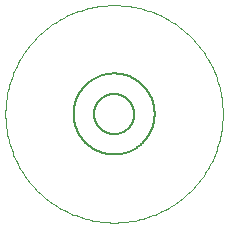
<source format=gto>
G04 EAGLE Gerber RS-274X export*
G75*
%MOMM*%
%FSLAX34Y34*%
%LPD*%
%INSilk_Top*%
%IPPOS*%
%AMOC8*
5,1,8,0,0,1.08239X$1,22.5*%
G01*
%ADD10C,0.000000*%
%ADD11C,0.152400*%


D10*
X92000Y184000D02*
X89777Y183973D01*
X87555Y183893D01*
X85336Y183758D01*
X83121Y183571D01*
X80911Y183329D01*
X78707Y183035D01*
X76511Y182687D01*
X74324Y182286D01*
X72148Y181833D01*
X69983Y181327D01*
X67831Y180769D01*
X65693Y180159D01*
X63570Y179497D01*
X61464Y178785D01*
X59376Y178021D01*
X57307Y177208D01*
X55258Y176345D01*
X53231Y175432D01*
X51226Y174471D01*
X49245Y173462D01*
X47290Y172405D01*
X45360Y171301D01*
X43457Y170151D01*
X41583Y168955D01*
X39738Y167715D01*
X37924Y166430D01*
X36141Y165101D01*
X34391Y163730D01*
X32675Y162317D01*
X30993Y160863D01*
X29347Y159369D01*
X27737Y157835D01*
X26165Y156263D01*
X24631Y154653D01*
X23137Y153007D01*
X21683Y151325D01*
X20270Y149609D01*
X18899Y147859D01*
X17570Y146076D01*
X16285Y144262D01*
X15045Y142417D01*
X13849Y140543D01*
X12699Y138640D01*
X11595Y136710D01*
X10538Y134755D01*
X9529Y132774D01*
X8568Y130769D01*
X7655Y128742D01*
X6792Y126693D01*
X5979Y124624D01*
X5215Y122536D01*
X4503Y120430D01*
X3841Y118307D01*
X3231Y116169D01*
X2673Y114017D01*
X2167Y111852D01*
X1714Y109676D01*
X1313Y107489D01*
X965Y105293D01*
X671Y103089D01*
X429Y100879D01*
X242Y98664D01*
X107Y96445D01*
X27Y94223D01*
X0Y92000D01*
X27Y89777D01*
X107Y87555D01*
X242Y85336D01*
X429Y83121D01*
X671Y80911D01*
X965Y78707D01*
X1313Y76511D01*
X1714Y74324D01*
X2167Y72148D01*
X2673Y69983D01*
X3231Y67831D01*
X3841Y65693D01*
X4503Y63570D01*
X5215Y61464D01*
X5979Y59376D01*
X6792Y57307D01*
X7655Y55258D01*
X8568Y53231D01*
X9529Y51226D01*
X10538Y49245D01*
X11595Y47290D01*
X12699Y45360D01*
X13849Y43457D01*
X15045Y41583D01*
X16285Y39738D01*
X17570Y37924D01*
X18899Y36141D01*
X20270Y34391D01*
X21683Y32675D01*
X23137Y30993D01*
X24631Y29347D01*
X26165Y27737D01*
X27737Y26165D01*
X29347Y24631D01*
X30993Y23137D01*
X32675Y21683D01*
X34391Y20270D01*
X36141Y18899D01*
X37924Y17570D01*
X39738Y16285D01*
X41583Y15045D01*
X43457Y13849D01*
X45360Y12699D01*
X47290Y11595D01*
X49245Y10538D01*
X51226Y9529D01*
X53231Y8568D01*
X55258Y7655D01*
X57307Y6792D01*
X59376Y5979D01*
X61464Y5215D01*
X63570Y4503D01*
X65693Y3841D01*
X67831Y3231D01*
X69983Y2673D01*
X72148Y2167D01*
X74324Y1714D01*
X76511Y1313D01*
X78707Y965D01*
X80911Y671D01*
X83121Y429D01*
X85336Y242D01*
X87555Y107D01*
X89777Y27D01*
X92000Y0D01*
X94223Y27D01*
X96445Y107D01*
X98664Y242D01*
X100879Y429D01*
X103089Y671D01*
X105293Y965D01*
X107489Y1313D01*
X109676Y1714D01*
X111852Y2167D01*
X114017Y2673D01*
X116169Y3231D01*
X118307Y3841D01*
X120430Y4503D01*
X122536Y5215D01*
X124624Y5979D01*
X126693Y6792D01*
X128742Y7655D01*
X130769Y8568D01*
X132774Y9529D01*
X134755Y10538D01*
X136710Y11595D01*
X138640Y12699D01*
X140543Y13849D01*
X142417Y15045D01*
X144262Y16285D01*
X146076Y17570D01*
X147859Y18899D01*
X149609Y20270D01*
X151325Y21683D01*
X153007Y23137D01*
X154653Y24631D01*
X156263Y26165D01*
X157835Y27737D01*
X159369Y29347D01*
X160863Y30993D01*
X162317Y32675D01*
X163730Y34391D01*
X165101Y36141D01*
X166430Y37924D01*
X167715Y39738D01*
X168955Y41583D01*
X170151Y43457D01*
X171301Y45360D01*
X172405Y47290D01*
X173462Y49245D01*
X174471Y51226D01*
X175432Y53231D01*
X176345Y55258D01*
X177208Y57307D01*
X178021Y59376D01*
X178785Y61464D01*
X179497Y63570D01*
X180159Y65693D01*
X180769Y67831D01*
X181327Y69983D01*
X181833Y72148D01*
X182286Y74324D01*
X182687Y76511D01*
X183035Y78707D01*
X183329Y80911D01*
X183571Y83121D01*
X183758Y85336D01*
X183893Y87555D01*
X183973Y89777D01*
X184000Y92000D01*
X183973Y94223D01*
X183893Y96445D01*
X183758Y98664D01*
X183571Y100879D01*
X183329Y103089D01*
X183035Y105293D01*
X182687Y107489D01*
X182286Y109676D01*
X181833Y111852D01*
X181327Y114017D01*
X180769Y116169D01*
X180159Y118307D01*
X179497Y120430D01*
X178785Y122536D01*
X178021Y124624D01*
X177208Y126693D01*
X176345Y128742D01*
X175432Y130769D01*
X174471Y132774D01*
X173462Y134755D01*
X172405Y136710D01*
X171301Y138640D01*
X170151Y140543D01*
X168955Y142417D01*
X167715Y144262D01*
X166430Y146076D01*
X165101Y147859D01*
X163730Y149609D01*
X162317Y151325D01*
X160863Y153007D01*
X159369Y154653D01*
X157835Y156263D01*
X156263Y157835D01*
X154653Y159369D01*
X153007Y160863D01*
X151325Y162317D01*
X149609Y163730D01*
X147859Y165101D01*
X146076Y166430D01*
X144262Y167715D01*
X142417Y168955D01*
X140543Y170151D01*
X138640Y171301D01*
X136710Y172405D01*
X134755Y173462D01*
X132774Y174471D01*
X130769Y175432D01*
X128742Y176345D01*
X126693Y177208D01*
X124624Y178021D01*
X122536Y178785D01*
X120430Y179497D01*
X118307Y180159D01*
X116169Y180769D01*
X114017Y181327D01*
X111852Y181833D01*
X109676Y182286D01*
X107489Y182687D01*
X105293Y183035D01*
X103089Y183329D01*
X100879Y183571D01*
X98664Y183758D01*
X96445Y183893D01*
X94223Y183973D01*
X92000Y184000D01*
D11*
X57710Y92000D02*
X57720Y92842D01*
X57751Y93683D01*
X57803Y94523D01*
X57875Y95361D01*
X57968Y96197D01*
X58081Y97031D01*
X58215Y97862D01*
X58369Y98690D01*
X58543Y99513D01*
X58738Y100332D01*
X58952Y101146D01*
X59187Y101954D01*
X59441Y102756D01*
X59714Y103552D01*
X60008Y104341D01*
X60320Y105122D01*
X60652Y105896D01*
X61002Y106661D01*
X61371Y107417D01*
X61759Y108164D01*
X62165Y108901D01*
X62588Y109629D01*
X63030Y110345D01*
X63489Y111051D01*
X63965Y111744D01*
X64458Y112427D01*
X64968Y113096D01*
X65493Y113753D01*
X66035Y114397D01*
X66593Y115028D01*
X67166Y115644D01*
X67753Y116247D01*
X68356Y116834D01*
X68972Y117407D01*
X69603Y117965D01*
X70247Y118507D01*
X70904Y119032D01*
X71573Y119542D01*
X72256Y120035D01*
X72949Y120511D01*
X73655Y120970D01*
X74371Y121412D01*
X75099Y121835D01*
X75836Y122241D01*
X76583Y122629D01*
X77339Y122998D01*
X78104Y123348D01*
X78878Y123680D01*
X79659Y123992D01*
X80448Y124286D01*
X81244Y124559D01*
X82046Y124813D01*
X82854Y125048D01*
X83668Y125262D01*
X84487Y125457D01*
X85310Y125631D01*
X86138Y125785D01*
X86969Y125919D01*
X87803Y126032D01*
X88639Y126125D01*
X89477Y126197D01*
X90317Y126249D01*
X91158Y126280D01*
X92000Y126290D01*
X92842Y126280D01*
X93683Y126249D01*
X94523Y126197D01*
X95361Y126125D01*
X96197Y126032D01*
X97031Y125919D01*
X97862Y125785D01*
X98690Y125631D01*
X99513Y125457D01*
X100332Y125262D01*
X101146Y125048D01*
X101954Y124813D01*
X102756Y124559D01*
X103552Y124286D01*
X104341Y123992D01*
X105122Y123680D01*
X105896Y123348D01*
X106661Y122998D01*
X107417Y122629D01*
X108164Y122241D01*
X108901Y121835D01*
X109629Y121412D01*
X110345Y120970D01*
X111051Y120511D01*
X111744Y120035D01*
X112427Y119542D01*
X113096Y119032D01*
X113753Y118507D01*
X114397Y117965D01*
X115028Y117407D01*
X115644Y116834D01*
X116247Y116247D01*
X116834Y115644D01*
X117407Y115028D01*
X117965Y114397D01*
X118507Y113753D01*
X119032Y113096D01*
X119542Y112427D01*
X120035Y111744D01*
X120511Y111051D01*
X120970Y110345D01*
X121412Y109629D01*
X121835Y108901D01*
X122241Y108164D01*
X122629Y107417D01*
X122998Y106661D01*
X123348Y105896D01*
X123680Y105122D01*
X123992Y104341D01*
X124286Y103552D01*
X124559Y102756D01*
X124813Y101954D01*
X125048Y101146D01*
X125262Y100332D01*
X125457Y99513D01*
X125631Y98690D01*
X125785Y97862D01*
X125919Y97031D01*
X126032Y96197D01*
X126125Y95361D01*
X126197Y94523D01*
X126249Y93683D01*
X126280Y92842D01*
X126290Y92000D01*
X126280Y91158D01*
X126249Y90317D01*
X126197Y89477D01*
X126125Y88639D01*
X126032Y87803D01*
X125919Y86969D01*
X125785Y86138D01*
X125631Y85310D01*
X125457Y84487D01*
X125262Y83668D01*
X125048Y82854D01*
X124813Y82046D01*
X124559Y81244D01*
X124286Y80448D01*
X123992Y79659D01*
X123680Y78878D01*
X123348Y78104D01*
X122998Y77339D01*
X122629Y76583D01*
X122241Y75836D01*
X121835Y75099D01*
X121412Y74371D01*
X120970Y73655D01*
X120511Y72949D01*
X120035Y72256D01*
X119542Y71573D01*
X119032Y70904D01*
X118507Y70247D01*
X117965Y69603D01*
X117407Y68972D01*
X116834Y68356D01*
X116247Y67753D01*
X115644Y67166D01*
X115028Y66593D01*
X114397Y66035D01*
X113753Y65493D01*
X113096Y64968D01*
X112427Y64458D01*
X111744Y63965D01*
X111051Y63489D01*
X110345Y63030D01*
X109629Y62588D01*
X108901Y62165D01*
X108164Y61759D01*
X107417Y61371D01*
X106661Y61002D01*
X105896Y60652D01*
X105122Y60320D01*
X104341Y60008D01*
X103552Y59714D01*
X102756Y59441D01*
X101954Y59187D01*
X101146Y58952D01*
X100332Y58738D01*
X99513Y58543D01*
X98690Y58369D01*
X97862Y58215D01*
X97031Y58081D01*
X96197Y57968D01*
X95361Y57875D01*
X94523Y57803D01*
X93683Y57751D01*
X92842Y57720D01*
X92000Y57710D01*
X91158Y57720D01*
X90317Y57751D01*
X89477Y57803D01*
X88639Y57875D01*
X87803Y57968D01*
X86969Y58081D01*
X86138Y58215D01*
X85310Y58369D01*
X84487Y58543D01*
X83668Y58738D01*
X82854Y58952D01*
X82046Y59187D01*
X81244Y59441D01*
X80448Y59714D01*
X79659Y60008D01*
X78878Y60320D01*
X78104Y60652D01*
X77339Y61002D01*
X76583Y61371D01*
X75836Y61759D01*
X75099Y62165D01*
X74371Y62588D01*
X73655Y63030D01*
X72949Y63489D01*
X72256Y63965D01*
X71573Y64458D01*
X70904Y64968D01*
X70247Y65493D01*
X69603Y66035D01*
X68972Y66593D01*
X68356Y67166D01*
X67753Y67753D01*
X67166Y68356D01*
X66593Y68972D01*
X66035Y69603D01*
X65493Y70247D01*
X64968Y70904D01*
X64458Y71573D01*
X63965Y72256D01*
X63489Y72949D01*
X63030Y73655D01*
X62588Y74371D01*
X62165Y75099D01*
X61759Y75836D01*
X61371Y76583D01*
X61002Y77339D01*
X60652Y78104D01*
X60320Y78878D01*
X60008Y79659D01*
X59714Y80448D01*
X59441Y81244D01*
X59187Y82046D01*
X58952Y82854D01*
X58738Y83668D01*
X58543Y84487D01*
X58369Y85310D01*
X58215Y86138D01*
X58081Y86969D01*
X57968Y87803D01*
X57875Y88639D01*
X57803Y89477D01*
X57751Y90317D01*
X57720Y91158D01*
X57710Y92000D01*
X75000Y92000D02*
X75005Y92417D01*
X75020Y92834D01*
X75046Y93251D01*
X75082Y93666D01*
X75128Y94081D01*
X75184Y94494D01*
X75250Y94906D01*
X75327Y95317D01*
X75413Y95725D01*
X75509Y96131D01*
X75616Y96534D01*
X75732Y96935D01*
X75858Y97333D01*
X75994Y97727D01*
X76139Y98118D01*
X76294Y98506D01*
X76458Y98889D01*
X76632Y99268D01*
X76815Y99643D01*
X77007Y100014D01*
X77209Y100379D01*
X77419Y100740D01*
X77637Y101095D01*
X77865Y101445D01*
X78101Y101789D01*
X78345Y102127D01*
X78598Y102459D01*
X78859Y102785D01*
X79127Y103104D01*
X79404Y103417D01*
X79688Y103722D01*
X79979Y104021D01*
X80278Y104312D01*
X80583Y104596D01*
X80896Y104873D01*
X81215Y105141D01*
X81541Y105402D01*
X81873Y105655D01*
X82211Y105899D01*
X82555Y106135D01*
X82905Y106363D01*
X83260Y106581D01*
X83621Y106791D01*
X83986Y106993D01*
X84357Y107185D01*
X84732Y107368D01*
X85111Y107542D01*
X85494Y107706D01*
X85882Y107861D01*
X86273Y108006D01*
X86667Y108142D01*
X87065Y108268D01*
X87466Y108384D01*
X87869Y108491D01*
X88275Y108587D01*
X88683Y108673D01*
X89094Y108750D01*
X89506Y108816D01*
X89919Y108872D01*
X90334Y108918D01*
X90749Y108954D01*
X91166Y108980D01*
X91583Y108995D01*
X92000Y109000D01*
X92417Y108995D01*
X92834Y108980D01*
X93251Y108954D01*
X93666Y108918D01*
X94081Y108872D01*
X94494Y108816D01*
X94906Y108750D01*
X95317Y108673D01*
X95725Y108587D01*
X96131Y108491D01*
X96534Y108384D01*
X96935Y108268D01*
X97333Y108142D01*
X97727Y108006D01*
X98118Y107861D01*
X98506Y107706D01*
X98889Y107542D01*
X99268Y107368D01*
X99643Y107185D01*
X100014Y106993D01*
X100379Y106791D01*
X100740Y106581D01*
X101095Y106363D01*
X101445Y106135D01*
X101789Y105899D01*
X102127Y105655D01*
X102459Y105402D01*
X102785Y105141D01*
X103104Y104873D01*
X103417Y104596D01*
X103722Y104312D01*
X104021Y104021D01*
X104312Y103722D01*
X104596Y103417D01*
X104873Y103104D01*
X105141Y102785D01*
X105402Y102459D01*
X105655Y102127D01*
X105899Y101789D01*
X106135Y101445D01*
X106363Y101095D01*
X106581Y100740D01*
X106791Y100379D01*
X106993Y100014D01*
X107185Y99643D01*
X107368Y99268D01*
X107542Y98889D01*
X107706Y98506D01*
X107861Y98118D01*
X108006Y97727D01*
X108142Y97333D01*
X108268Y96935D01*
X108384Y96534D01*
X108491Y96131D01*
X108587Y95725D01*
X108673Y95317D01*
X108750Y94906D01*
X108816Y94494D01*
X108872Y94081D01*
X108918Y93666D01*
X108954Y93251D01*
X108980Y92834D01*
X108995Y92417D01*
X109000Y92000D01*
X108995Y91583D01*
X108980Y91166D01*
X108954Y90749D01*
X108918Y90334D01*
X108872Y89919D01*
X108816Y89506D01*
X108750Y89094D01*
X108673Y88683D01*
X108587Y88275D01*
X108491Y87869D01*
X108384Y87466D01*
X108268Y87065D01*
X108142Y86667D01*
X108006Y86273D01*
X107861Y85882D01*
X107706Y85494D01*
X107542Y85111D01*
X107368Y84732D01*
X107185Y84357D01*
X106993Y83986D01*
X106791Y83621D01*
X106581Y83260D01*
X106363Y82905D01*
X106135Y82555D01*
X105899Y82211D01*
X105655Y81873D01*
X105402Y81541D01*
X105141Y81215D01*
X104873Y80896D01*
X104596Y80583D01*
X104312Y80278D01*
X104021Y79979D01*
X103722Y79688D01*
X103417Y79404D01*
X103104Y79127D01*
X102785Y78859D01*
X102459Y78598D01*
X102127Y78345D01*
X101789Y78101D01*
X101445Y77865D01*
X101095Y77637D01*
X100740Y77419D01*
X100379Y77209D01*
X100014Y77007D01*
X99643Y76815D01*
X99268Y76632D01*
X98889Y76458D01*
X98506Y76294D01*
X98118Y76139D01*
X97727Y75994D01*
X97333Y75858D01*
X96935Y75732D01*
X96534Y75616D01*
X96131Y75509D01*
X95725Y75413D01*
X95317Y75327D01*
X94906Y75250D01*
X94494Y75184D01*
X94081Y75128D01*
X93666Y75082D01*
X93251Y75046D01*
X92834Y75020D01*
X92417Y75005D01*
X92000Y75000D01*
X91583Y75005D01*
X91166Y75020D01*
X90749Y75046D01*
X90334Y75082D01*
X89919Y75128D01*
X89506Y75184D01*
X89094Y75250D01*
X88683Y75327D01*
X88275Y75413D01*
X87869Y75509D01*
X87466Y75616D01*
X87065Y75732D01*
X86667Y75858D01*
X86273Y75994D01*
X85882Y76139D01*
X85494Y76294D01*
X85111Y76458D01*
X84732Y76632D01*
X84357Y76815D01*
X83986Y77007D01*
X83621Y77209D01*
X83260Y77419D01*
X82905Y77637D01*
X82555Y77865D01*
X82211Y78101D01*
X81873Y78345D01*
X81541Y78598D01*
X81215Y78859D01*
X80896Y79127D01*
X80583Y79404D01*
X80278Y79688D01*
X79979Y79979D01*
X79688Y80278D01*
X79404Y80583D01*
X79127Y80896D01*
X78859Y81215D01*
X78598Y81541D01*
X78345Y81873D01*
X78101Y82211D01*
X77865Y82555D01*
X77637Y82905D01*
X77419Y83260D01*
X77209Y83621D01*
X77007Y83986D01*
X76815Y84357D01*
X76632Y84732D01*
X76458Y85111D01*
X76294Y85494D01*
X76139Y85882D01*
X75994Y86273D01*
X75858Y86667D01*
X75732Y87065D01*
X75616Y87466D01*
X75509Y87869D01*
X75413Y88275D01*
X75327Y88683D01*
X75250Y89094D01*
X75184Y89506D01*
X75128Y89919D01*
X75082Y90334D01*
X75046Y90749D01*
X75020Y91166D01*
X75005Y91583D01*
X75000Y92000D01*
M02*

</source>
